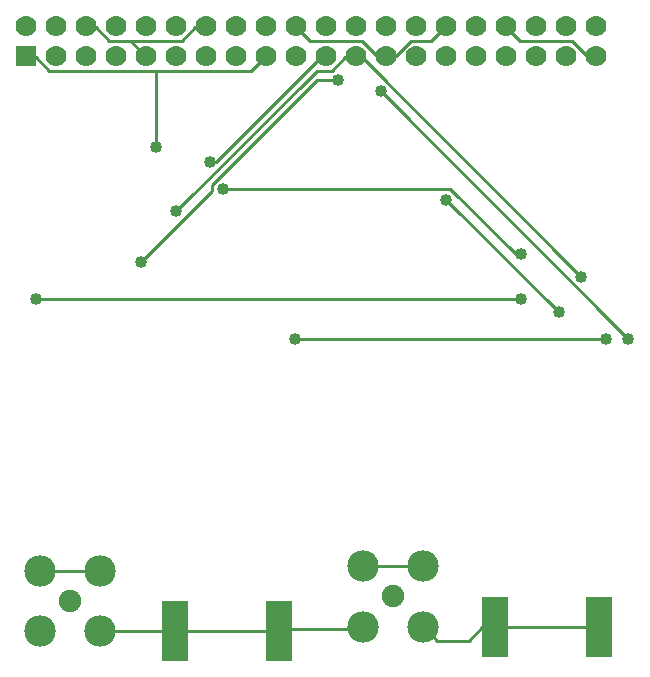
<source format=gbl>
G75*
%MOIN*%
%OFA0B0*%
%FSLAX25Y25*%
%IPPOS*%
%LPD*%
%AMOC8*
5,1,8,0,0,1.08239X$1,22.5*
%
%ADD10R,0.07000X0.07000*%
%ADD11C,0.07000*%
%ADD12C,0.07500*%
%ADD13C,0.10500*%
%ADD14R,0.09000X0.20000*%
%ADD15C,0.01000*%
%ADD16C,0.04000*%
D10*
X0037953Y0245691D03*
D11*
X0047953Y0245691D03*
X0057953Y0245691D03*
X0067953Y0245691D03*
X0077953Y0245691D03*
X0087953Y0245691D03*
X0097953Y0245691D03*
X0107953Y0245691D03*
X0117953Y0245691D03*
X0127953Y0245691D03*
X0137953Y0245691D03*
X0147953Y0245691D03*
X0157953Y0245691D03*
X0167953Y0245691D03*
X0177953Y0245691D03*
X0187953Y0245691D03*
X0197953Y0245691D03*
X0207953Y0245691D03*
X0217953Y0245691D03*
X0227953Y0245691D03*
X0227953Y0255691D03*
X0217953Y0255691D03*
X0207953Y0255691D03*
X0197953Y0255691D03*
X0187953Y0255691D03*
X0177953Y0255691D03*
X0167953Y0255691D03*
X0157953Y0255691D03*
X0147953Y0255691D03*
X0137953Y0255691D03*
X0127953Y0255691D03*
X0117953Y0255691D03*
X0107953Y0255691D03*
X0097953Y0255691D03*
X0087953Y0255691D03*
X0077953Y0255691D03*
X0067953Y0255691D03*
X0057953Y0255691D03*
X0047953Y0255691D03*
X0037953Y0255691D03*
D12*
X0160281Y0065578D03*
X0052500Y0063998D03*
D13*
X0042461Y0053959D03*
X0062539Y0053959D03*
X0062539Y0074037D03*
X0042461Y0074037D03*
X0150242Y0075617D03*
X0170320Y0075617D03*
X0170320Y0055539D03*
X0150242Y0055539D03*
D14*
X0122400Y0054098D03*
X0087600Y0054098D03*
X0194204Y0055286D03*
X0229004Y0055286D03*
D15*
X0228750Y0055248D01*
X0194375Y0055248D01*
X0194204Y0055286D01*
X0193750Y0055248D01*
X0190000Y0055248D01*
X0185625Y0050873D01*
X0175000Y0050873D01*
X0170625Y0055248D01*
X0170320Y0055539D01*
X0150242Y0055539D02*
X0150000Y0055248D01*
X0149375Y0054623D01*
X0122500Y0054623D01*
X0122400Y0054098D01*
X0121875Y0053998D01*
X0088125Y0053998D01*
X0087600Y0054098D01*
X0087500Y0053998D01*
X0063125Y0053998D01*
X0062539Y0053959D01*
X0062500Y0073998D02*
X0042500Y0073998D01*
X0042461Y0074037D01*
X0062500Y0073998D02*
X0062539Y0074037D01*
X0150242Y0075617D02*
X0150625Y0075873D01*
X0170000Y0075873D01*
X0170320Y0075617D01*
X0127500Y0151498D02*
X0231250Y0151498D01*
X0238750Y0151498D02*
X0156250Y0233998D01*
X0157953Y0245691D02*
X0157500Y0245873D01*
X0155000Y0245873D01*
X0150000Y0250873D01*
X0132500Y0250873D01*
X0128125Y0255248D01*
X0127953Y0255691D01*
X0136250Y0245248D02*
X0137500Y0245248D01*
X0137953Y0245691D01*
X0136250Y0245248D02*
X0101250Y0210248D01*
X0099375Y0210248D01*
X0100000Y0202748D02*
X0135000Y0237748D01*
X0141875Y0237748D01*
X0140000Y0240873D02*
X0144375Y0245248D01*
X0147500Y0245248D01*
X0147953Y0245691D01*
X0148125Y0245248D01*
X0150000Y0245248D01*
X0223125Y0172123D01*
X0215625Y0160248D02*
X0178125Y0197748D01*
X0179375Y0201498D02*
X0103750Y0201498D01*
X0100000Y0200873D02*
X0100000Y0202748D01*
X0100000Y0200873D02*
X0076250Y0177123D01*
X0088125Y0193998D02*
X0135000Y0240873D01*
X0140000Y0240873D01*
X0157953Y0245691D02*
X0158125Y0245873D01*
X0161250Y0245873D01*
X0166250Y0250873D01*
X0173125Y0250873D01*
X0177500Y0255248D01*
X0177953Y0255691D01*
X0197953Y0255691D02*
X0198125Y0255248D01*
X0202500Y0250873D01*
X0220000Y0250873D01*
X0225000Y0245873D01*
X0227500Y0245873D01*
X0227953Y0245691D01*
X0179375Y0201498D02*
X0201250Y0179623D01*
X0203125Y0179623D01*
X0203125Y0164623D02*
X0041250Y0164623D01*
X0081250Y0215248D02*
X0081250Y0240873D01*
X0045625Y0240873D01*
X0041250Y0245248D01*
X0038125Y0245248D01*
X0037953Y0245691D01*
X0058125Y0255248D02*
X0057953Y0255691D01*
X0058125Y0255248D02*
X0061250Y0255248D01*
X0065625Y0250873D01*
X0072500Y0250873D01*
X0072813Y0250561D01*
X0073125Y0250873D01*
X0090000Y0250873D01*
X0094375Y0255248D01*
X0097500Y0255248D01*
X0097953Y0255691D01*
X0113125Y0240873D02*
X0081250Y0240873D01*
X0077953Y0245691D02*
X0077500Y0245873D01*
X0072813Y0250561D01*
X0113125Y0240873D02*
X0117500Y0245248D01*
X0117953Y0245691D01*
D16*
X0141875Y0237748D03*
X0156250Y0233998D03*
X0178125Y0197748D03*
X0203125Y0179623D03*
X0203125Y0164623D03*
X0215625Y0160248D03*
X0223125Y0172123D03*
X0231250Y0151498D03*
X0238750Y0151498D03*
X0127500Y0151498D03*
X0088125Y0193998D03*
X0103750Y0201498D03*
X0099375Y0210248D03*
X0081250Y0215248D03*
X0076250Y0177123D03*
X0041250Y0164623D03*
M02*

</source>
